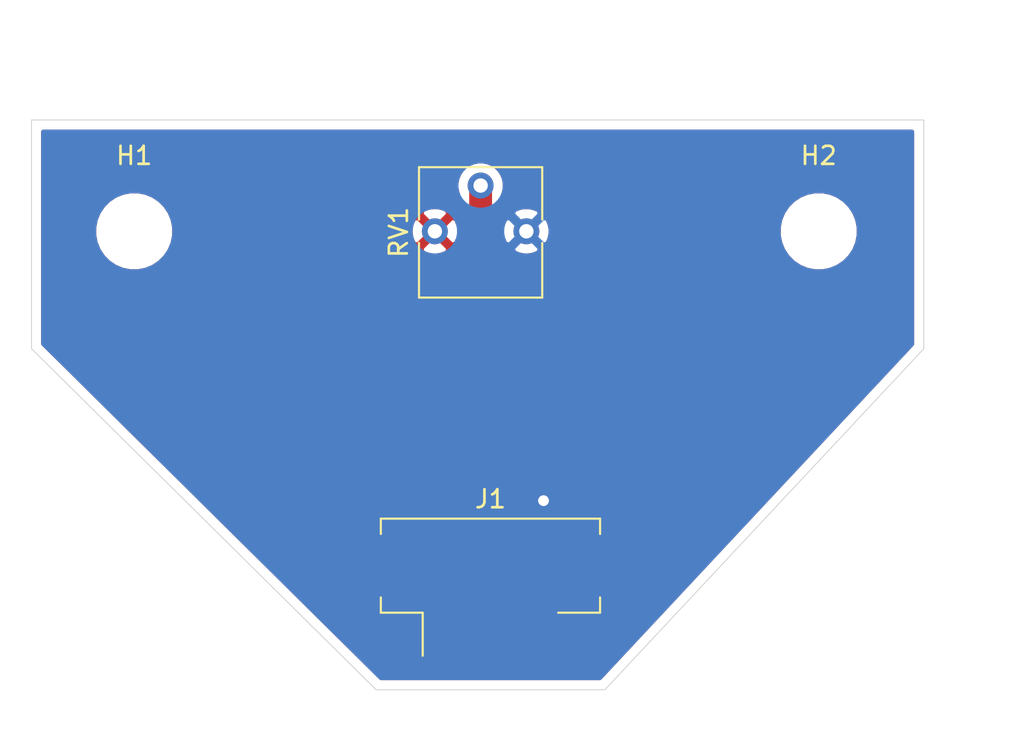
<source format=kicad_pcb>
(kicad_pcb (version 20171130) (host pcbnew "(5.1.2)-2")

  (general
    (thickness 1.6)
    (drawings 6)
    (tracks 6)
    (zones 0)
    (modules 4)
    (nets 4)
  )

  (page A4)
  (layers
    (0 F.Cu signal)
    (31 B.Cu signal)
    (32 B.Adhes user hide)
    (33 F.Adhes user hide)
    (34 B.Paste user hide)
    (35 F.Paste user)
    (36 B.SilkS user hide)
    (37 F.SilkS user)
    (38 B.Mask user hide)
    (39 F.Mask user)
    (40 Dwgs.User user hide)
    (41 Cmts.User user hide)
    (42 Eco1.User user hide)
    (43 Eco2.User user hide)
    (44 Edge.Cuts user)
    (45 Margin user hide)
    (46 B.CrtYd user hide)
    (47 F.CrtYd user)
    (48 B.Fab user hide)
    (49 F.Fab user)
  )

  (setup
    (last_trace_width 1.27)
    (user_trace_width 1.27)
    (trace_clearance 0.2)
    (zone_clearance 0.508)
    (zone_45_only no)
    (trace_min 0.2)
    (via_size 0.8)
    (via_drill 0.4)
    (via_min_size 0.6)
    (via_min_drill 0.3)
    (uvia_size 0.3)
    (uvia_drill 0.1)
    (uvias_allowed no)
    (uvia_min_size 0.2)
    (uvia_min_drill 0.1)
    (edge_width 0.05)
    (segment_width 0.2)
    (pcb_text_width 0.3)
    (pcb_text_size 1.5 1.5)
    (mod_edge_width 0.12)
    (mod_text_size 1 1)
    (mod_text_width 0.15)
    (pad_size 1.524 1.524)
    (pad_drill 0.762)
    (pad_to_mask_clearance 0.051)
    (solder_mask_min_width 0.25)
    (aux_axis_origin 0 0)
    (visible_elements 7FFFFFFF)
    (pcbplotparams
      (layerselection 0x010fc_ffffffff)
      (usegerberextensions false)
      (usegerberattributes false)
      (usegerberadvancedattributes false)
      (creategerberjobfile true)
      (gerberprecision 5)
      (excludeedgelayer true)
      (linewidth 0.100000)
      (plotframeref false)
      (viasonmask false)
      (mode 1)
      (useauxorigin false)
      (hpglpennumber 1)
      (hpglpenspeed 20)
      (hpglpendiameter 15.000000)
      (psnegative false)
      (psa4output false)
      (plotreference true)
      (plotvalue true)
      (plotinvisibletext false)
      (padsonsilk false)
      (subtractmaskfromsilk false)
      (outputformat 1)
      (mirror false)
      (drillshape 0)
      (scaleselection 1)
      (outputdirectory "Gerber/"))
  )

  (net 0 "")
  (net 1 /GND)
  (net 2 /Out)
  (net 3 /5V)

  (net_class Default "This is the default net class."
    (clearance 0.2)
    (trace_width 0.25)
    (via_dia 0.8)
    (via_drill 0.4)
    (uvia_dia 0.3)
    (uvia_drill 0.1)
    (add_net /5V)
    (add_net /GND)
    (add_net /Out)
  )

  (module Connector_JST:JST_PH_B4B-PH-SM4-TB_1x04-1MP_P2.00mm_Vertical (layer F.Cu) (tedit 5B78AD87) (tstamp 5E307B24)
    (at 139.7762 110.3122)
    (descr "JST PH series connector, B4B-PH-SM4-TB (http://www.jst-mfg.com/product/pdf/eng/ePH.pdf), generated with kicad-footprint-generator")
    (tags "connector JST PH side entry")
    (path /5E14D28B)
    (attr smd)
    (fp_text reference J1 (at 0 -5.45) (layer F.SilkS)
      (effects (font (size 1 1) (thickness 0.15)))
    )
    (fp_text value Conn_01x04_Male (at 0 4.45) (layer F.Fab)
      (effects (font (size 1 1) (thickness 0.15)))
    )
    (fp_text user %R (at 0 -1) (layer F.Fab)
      (effects (font (size 1 1) (thickness 0.15)))
    )
    (fp_line (start -3 0.042893) (end -2.5 0.75) (layer F.Fab) (width 0.1))
    (fp_line (start -3.5 0.75) (end -3 0.042893) (layer F.Fab) (width 0.1))
    (fp_line (start 6.7 -4.75) (end -6.7 -4.75) (layer F.CrtYd) (width 0.05))
    (fp_line (start 6.7 3.75) (end 6.7 -4.75) (layer F.CrtYd) (width 0.05))
    (fp_line (start -6.7 3.75) (end 6.7 3.75) (layer F.CrtYd) (width 0.05))
    (fp_line (start -6.7 -4.75) (end -6.7 3.75) (layer F.CrtYd) (width 0.05))
    (fp_line (start 3.25 -2.75) (end 2.75 -2.75) (layer F.Fab) (width 0.1))
    (fp_line (start 3.25 -2.25) (end 3.25 -2.75) (layer F.Fab) (width 0.1))
    (fp_line (start 2.75 -2.25) (end 3.25 -2.25) (layer F.Fab) (width 0.1))
    (fp_line (start 2.75 -2.75) (end 2.75 -2.25) (layer F.Fab) (width 0.1))
    (fp_line (start 1.25 -2.75) (end 0.75 -2.75) (layer F.Fab) (width 0.1))
    (fp_line (start 1.25 -2.25) (end 1.25 -2.75) (layer F.Fab) (width 0.1))
    (fp_line (start 0.75 -2.25) (end 1.25 -2.25) (layer F.Fab) (width 0.1))
    (fp_line (start 0.75 -2.75) (end 0.75 -2.25) (layer F.Fab) (width 0.1))
    (fp_line (start -0.75 -2.75) (end -1.25 -2.75) (layer F.Fab) (width 0.1))
    (fp_line (start -0.75 -2.25) (end -0.75 -2.75) (layer F.Fab) (width 0.1))
    (fp_line (start -1.25 -2.25) (end -0.75 -2.25) (layer F.Fab) (width 0.1))
    (fp_line (start -1.25 -2.75) (end -1.25 -2.25) (layer F.Fab) (width 0.1))
    (fp_line (start -2.75 -2.75) (end -3.25 -2.75) (layer F.Fab) (width 0.1))
    (fp_line (start -2.75 -2.25) (end -2.75 -2.75) (layer F.Fab) (width 0.1))
    (fp_line (start -3.25 -2.25) (end -2.75 -2.25) (layer F.Fab) (width 0.1))
    (fp_line (start -3.25 -2.75) (end -3.25 -2.25) (layer F.Fab) (width 0.1))
    (fp_line (start 5.975 0.75) (end 5.975 -4.25) (layer F.Fab) (width 0.1))
    (fp_line (start -5.975 0.75) (end -5.975 -4.25) (layer F.Fab) (width 0.1))
    (fp_line (start -5.975 -4.25) (end 5.975 -4.25) (layer F.Fab) (width 0.1))
    (fp_line (start 6.085 -4.36) (end 6.085 -3.51) (layer F.SilkS) (width 0.12))
    (fp_line (start -6.085 -4.36) (end 6.085 -4.36) (layer F.SilkS) (width 0.12))
    (fp_line (start -6.085 -3.51) (end -6.085 -4.36) (layer F.SilkS) (width 0.12))
    (fp_line (start 6.085 0.86) (end 3.76 0.86) (layer F.SilkS) (width 0.12))
    (fp_line (start 6.085 0.01) (end 6.085 0.86) (layer F.SilkS) (width 0.12))
    (fp_line (start -3.76 0.86) (end -3.76 3.25) (layer F.SilkS) (width 0.12))
    (fp_line (start -6.085 0.86) (end -3.76 0.86) (layer F.SilkS) (width 0.12))
    (fp_line (start -6.085 0.01) (end -6.085 0.86) (layer F.SilkS) (width 0.12))
    (fp_line (start -5.975 0.75) (end 5.975 0.75) (layer F.Fab) (width 0.1))
    (pad MP smd roundrect (at 5.4 -1.75) (size 1.6 3) (layers F.Cu F.Paste F.Mask) (roundrect_rratio 0.15625))
    (pad MP smd roundrect (at -5.4 -1.75) (size 1.6 3) (layers F.Cu F.Paste F.Mask) (roundrect_rratio 0.15625))
    (pad 4 smd roundrect (at 3 0.5) (size 1 5.5) (layers F.Cu F.Paste F.Mask) (roundrect_rratio 0.25)
      (net 1 /GND))
    (pad 3 smd roundrect (at 1 0.5) (size 1 5.5) (layers F.Cu F.Paste F.Mask) (roundrect_rratio 0.25)
      (net 3 /5V))
    (pad 2 smd roundrect (at -1 0.5) (size 1 5.5) (layers F.Cu F.Paste F.Mask) (roundrect_rratio 0.25)
      (net 2 /Out))
    (pad 1 smd roundrect (at -3 0.5) (size 1 5.5) (layers F.Cu F.Paste F.Mask) (roundrect_rratio 0.25)
      (net 1 /GND))
    (model ${KISYS3DMOD}/Connector_JST.3dshapes/JST_PH_B4B-PH-SM4-TB_1x04-1MP_P2.00mm_Vertical.wrl
      (at (xyz 0 0 0))
      (scale (xyz 1 1 1))
      (rotate (xyz 0 0 0))
    )
  )

  (module Potentiometer_THT:Potentiometer_Vishay_T73YP_Vertical (layer F.Cu) (tedit 5A3D4993) (tstamp 5E14C528)
    (at 141.77 90 90)
    (descr "Potentiometer, vertical, Vishay T73YP, http://www.vishay.com/docs/51016/t73.pdf")
    (tags "Potentiometer vertical Vishay T73YP")
    (path /5E14BBF5)
    (fp_text reference RV1 (at -0.06 -7.09 90) (layer F.SilkS)
      (effects (font (size 1 1) (thickness 0.15)))
    )
    (fp_text value R_POT (at -0.06 2.01 90) (layer F.Fab)
      (effects (font (size 1 1) (thickness 0.15)))
    )
    (fp_text user %R (at -2.56 -2.54) (layer F.Fab)
      (effects (font (size 1 1) (thickness 0.15)))
    )
    (fp_line (start 3.7 -6.1) (end -3.85 -6.1) (layer F.CrtYd) (width 0.05))
    (fp_line (start 3.7 1.05) (end 3.7 -6.1) (layer F.CrtYd) (width 0.05))
    (fp_line (start -3.85 1.05) (end 3.7 1.05) (layer F.CrtYd) (width 0.05))
    (fp_line (start -3.85 -6.1) (end -3.85 1.05) (layer F.CrtYd) (width 0.05))
    (fp_line (start 3.56 -5.96) (end 3.56 0.88) (layer F.SilkS) (width 0.12))
    (fp_line (start -3.68 -5.96) (end -3.68 0.88) (layer F.SilkS) (width 0.12))
    (fp_line (start 0.65 0.88) (end 3.56 0.88) (layer F.SilkS) (width 0.12))
    (fp_line (start -3.68 0.88) (end -0.65 0.88) (layer F.SilkS) (width 0.12))
    (fp_line (start 0.65 -5.96) (end 3.56 -5.96) (layer F.SilkS) (width 0.12))
    (fp_line (start -3.68 -5.96) (end -0.65 -5.96) (layer F.SilkS) (width 0.12))
    (fp_line (start -0.961 -2.464) (end -0.961 -2.616) (layer F.Fab) (width 0.1))
    (fp_line (start 0.164 -2.464) (end -0.961 -2.464) (layer F.Fab) (width 0.1))
    (fp_line (start 0.164 -1.339) (end 0.164 -2.464) (layer F.Fab) (width 0.1))
    (fp_line (start 0.316 -1.339) (end 0.164 -1.339) (layer F.Fab) (width 0.1))
    (fp_line (start 0.316 -2.464) (end 0.316 -1.339) (layer F.Fab) (width 0.1))
    (fp_line (start 1.441 -2.464) (end 0.316 -2.464) (layer F.Fab) (width 0.1))
    (fp_line (start 1.441 -2.616) (end 1.441 -2.464) (layer F.Fab) (width 0.1))
    (fp_line (start 0.316 -2.616) (end 1.441 -2.616) (layer F.Fab) (width 0.1))
    (fp_line (start 0.316 -3.741) (end 0.316 -2.616) (layer F.Fab) (width 0.1))
    (fp_line (start 0.164 -3.741) (end 0.316 -3.741) (layer F.Fab) (width 0.1))
    (fp_line (start 0.164 -2.616) (end 0.164 -3.741) (layer F.Fab) (width 0.1))
    (fp_line (start -0.961 -2.616) (end 0.164 -2.616) (layer F.Fab) (width 0.1))
    (fp_line (start 3.44 -5.84) (end -3.56 -5.84) (layer F.Fab) (width 0.1))
    (fp_line (start 3.44 0.76) (end 3.44 -5.84) (layer F.Fab) (width 0.1))
    (fp_line (start -3.56 0.76) (end 3.44 0.76) (layer F.Fab) (width 0.1))
    (fp_line (start -3.56 -5.84) (end -3.56 0.76) (layer F.Fab) (width 0.1))
    (fp_circle (center 0.24 -2.54) (end 1.74 -2.54) (layer F.Fab) (width 0.1))
    (pad 1 thru_hole circle (at 0 0 90) (size 1.44 1.44) (drill 0.8) (layers *.Cu *.Mask)
      (net 3 /5V))
    (pad 2 thru_hole circle (at 2.54 -2.54 90) (size 1.44 1.44) (drill 0.8) (layers *.Cu *.Mask)
      (net 2 /Out))
    (pad 3 thru_hole circle (at 0 -5.08 90) (size 1.44 1.44) (drill 0.8) (layers *.Cu *.Mask)
      (net 1 /GND))
    (model ${KISYS3DMOD}/Potentiometer_THT.3dshapes/Potentiometer_Vishay_T73YP_Vertical.wrl
      (at (xyz 0 0 0))
      (scale (xyz 1 1 1))
      (rotate (xyz 0 0 0))
    )
  )

  (module MountingHole:MountingHole_3.2mm_M3 (layer F.Cu) (tedit 56D1B4CB) (tstamp 5E14C615)
    (at 158 90)
    (descr "Mounting Hole 3.2mm, no annular, M3")
    (tags "mounting hole 3.2mm no annular m3")
    (path /5E152AD5)
    (attr virtual)
    (fp_text reference H2 (at 0 -4.2) (layer F.SilkS)
      (effects (font (size 1 1) (thickness 0.15)))
    )
    (fp_text value MountingHole (at 0 4.2) (layer F.Fab)
      (effects (font (size 1 1) (thickness 0.15)))
    )
    (fp_circle (center 0 0) (end 3.45 0) (layer F.CrtYd) (width 0.05))
    (fp_circle (center 0 0) (end 3.2 0) (layer Cmts.User) (width 0.15))
    (fp_text user %R (at 5.863 1.448) (layer F.Fab)
      (effects (font (size 1 1) (thickness 0.15)))
    )
    (pad 1 np_thru_hole circle (at 0 0) (size 3.2 3.2) (drill 3.2) (layers *.Cu *.Mask))
  )

  (module MountingHole:MountingHole_3.2mm_M3 (layer F.Cu) (tedit 56D1B4CB) (tstamp 5E14C4DC)
    (at 120 90)
    (descr "Mounting Hole 3.2mm, no annular, M3")
    (tags "mounting hole 3.2mm no annular m3")
    (path /5E1512F0)
    (attr virtual)
    (fp_text reference H1 (at 0 -4.2) (layer F.SilkS)
      (effects (font (size 1 1) (thickness 0.15)))
    )
    (fp_text value MountingHole (at 0 4.2) (layer F.Fab)
      (effects (font (size 1 1) (thickness 0.15)))
    )
    (fp_circle (center 0 0) (end 3.45 0) (layer F.CrtYd) (width 0.05))
    (fp_circle (center 0 0) (end 3.2 0) (layer Cmts.User) (width 0.15))
    (fp_text user %R (at 6.985 1.905) (layer F.Fab)
      (effects (font (size 1 1) (thickness 0.15)))
    )
    (pad 1 np_thru_hole circle (at 0 0) (size 3.2 3.2) (drill 3.2) (layers *.Cu *.Mask))
  )

  (gr_line (start 114.3 96.52) (end 114.3 83.82) (layer Edge.Cuts) (width 0.05) (tstamp 5E14CF60))
  (gr_line (start 133.43 115.45) (end 114.3 96.52) (layer Edge.Cuts) (width 0.05) (tstamp 5E14DA38))
  (gr_line (start 146.13 115.45) (end 133.43 115.45) (layer Edge.Cuts) (width 0.05))
  (gr_line (start 163.83 96.52) (end 146.13 115.45) (layer Edge.Cuts) (width 0.05))
  (gr_line (start 163.83 83.82) (end 163.83 96.52) (layer Edge.Cuts) (width 0.05))
  (gr_line (start 114.3 83.82) (end 163.83 83.82) (layer Edge.Cuts) (width 0.05))

  (segment (start 138.7762 99.044) (end 138.7762 110.8122) (width 1.27) (layer F.Cu) (net 2))
  (segment (start 139.23 87.46) (end 139.23 98.5902) (width 1.27) (layer F.Cu) (net 2))
  (segment (start 139.23 98.5902) (end 138.7762 99.044) (width 1.27) (layer F.Cu) (net 2))
  (via (at 142.7226 104.9528) (size 1) (drill 0.6) (layers F.Cu B.Cu) (net 3))
  (segment (start 140.7762 110.8122) (end 140.7762 106.8992) (width 1.27) (layer F.Cu) (net 3))
  (segment (start 140.7762 106.8992) (end 142.7226 104.9528) (width 1.27) (layer F.Cu) (net 3))

  (zone (net 3) (net_name /5V) (layer B.Cu) (tstamp 5E1C8600) (hatch edge 0.508)
    (connect_pads (clearance 0.508))
    (min_thickness 0.254)
    (fill yes (arc_segments 32) (thermal_gap 0.508) (thermal_bridge_width 0.508))
    (polygon
      (pts
        (xy 169.42 80.11) (xy 113.26 79.8) (xy 112.55 99.64) (xy 131.55 117.43) (xy 147.55 117.65)
        (xy 167.55 97.54)
      )
    )
    (filled_polygon
      (pts
        (xy 163.170001 96.259507) (xy 145.84355 114.79) (xy 133.701352 114.79) (xy 114.96 96.244586) (xy 114.96 89.779872)
        (xy 117.765 89.779872) (xy 117.765 90.220128) (xy 117.85089 90.651925) (xy 118.019369 91.058669) (xy 118.263962 91.424729)
        (xy 118.575271 91.736038) (xy 118.941331 91.980631) (xy 119.348075 92.14911) (xy 119.779872 92.235) (xy 120.220128 92.235)
        (xy 120.651925 92.14911) (xy 121.058669 91.980631) (xy 121.424729 91.736038) (xy 121.736038 91.424729) (xy 121.980631 91.058669)
        (xy 122.14911 90.651925) (xy 122.235 90.220128) (xy 122.235 89.866544) (xy 135.335 89.866544) (xy 135.335 90.133456)
        (xy 135.387072 90.395239) (xy 135.489215 90.641833) (xy 135.637503 90.863762) (xy 135.826238 91.052497) (xy 136.048167 91.200785)
        (xy 136.294761 91.302928) (xy 136.556544 91.355) (xy 136.823456 91.355) (xy 137.085239 91.302928) (xy 137.331833 91.200785)
        (xy 137.553762 91.052497) (xy 137.670699 90.93556) (xy 141.014045 90.93556) (xy 141.075932 91.171368) (xy 141.31779 91.284266)
        (xy 141.577027 91.347811) (xy 141.84368 91.359561) (xy 142.107501 91.319063) (xy 142.358353 91.227875) (xy 142.464068 91.171368)
        (xy 142.525955 90.93556) (xy 141.77 90.179605) (xy 141.014045 90.93556) (xy 137.670699 90.93556) (xy 137.742497 90.863762)
        (xy 137.890785 90.641833) (xy 137.992928 90.395239) (xy 138.045 90.133456) (xy 138.045 90.07368) (xy 140.410439 90.07368)
        (xy 140.450937 90.337501) (xy 140.542125 90.588353) (xy 140.598632 90.694068) (xy 140.83444 90.755955) (xy 141.590395 90)
        (xy 141.949605 90) (xy 142.70556 90.755955) (xy 142.941368 90.694068) (xy 143.054266 90.45221) (xy 143.117811 90.192973)
        (xy 143.129561 89.92632) (xy 143.107081 89.779872) (xy 155.765 89.779872) (xy 155.765 90.220128) (xy 155.85089 90.651925)
        (xy 156.019369 91.058669) (xy 156.263962 91.424729) (xy 156.575271 91.736038) (xy 156.941331 91.980631) (xy 157.348075 92.14911)
        (xy 157.779872 92.235) (xy 158.220128 92.235) (xy 158.651925 92.14911) (xy 159.058669 91.980631) (xy 159.424729 91.736038)
        (xy 159.736038 91.424729) (xy 159.980631 91.058669) (xy 160.14911 90.651925) (xy 160.235 90.220128) (xy 160.235 89.779872)
        (xy 160.14911 89.348075) (xy 159.980631 88.941331) (xy 159.736038 88.575271) (xy 159.424729 88.263962) (xy 159.058669 88.019369)
        (xy 158.651925 87.85089) (xy 158.220128 87.765) (xy 157.779872 87.765) (xy 157.348075 87.85089) (xy 156.941331 88.019369)
        (xy 156.575271 88.263962) (xy 156.263962 88.575271) (xy 156.019369 88.941331) (xy 155.85089 89.348075) (xy 155.765 89.779872)
        (xy 143.107081 89.779872) (xy 143.089063 89.662499) (xy 142.997875 89.411647) (xy 142.941368 89.305932) (xy 142.70556 89.244045)
        (xy 141.949605 90) (xy 141.590395 90) (xy 140.83444 89.244045) (xy 140.598632 89.305932) (xy 140.485734 89.54779)
        (xy 140.422189 89.807027) (xy 140.410439 90.07368) (xy 138.045 90.07368) (xy 138.045 89.866544) (xy 137.992928 89.604761)
        (xy 137.890785 89.358167) (xy 137.742497 89.136238) (xy 137.670699 89.06444) (xy 141.014045 89.06444) (xy 141.77 89.820395)
        (xy 142.525955 89.06444) (xy 142.464068 88.828632) (xy 142.22221 88.715734) (xy 141.962973 88.652189) (xy 141.69632 88.640439)
        (xy 141.432499 88.680937) (xy 141.181647 88.772125) (xy 141.075932 88.828632) (xy 141.014045 89.06444) (xy 137.670699 89.06444)
        (xy 137.553762 88.947503) (xy 137.331833 88.799215) (xy 137.085239 88.697072) (xy 136.823456 88.645) (xy 136.556544 88.645)
        (xy 136.294761 88.697072) (xy 136.048167 88.799215) (xy 135.826238 88.947503) (xy 135.637503 89.136238) (xy 135.489215 89.358167)
        (xy 135.387072 89.604761) (xy 135.335 89.866544) (xy 122.235 89.866544) (xy 122.235 89.779872) (xy 122.14911 89.348075)
        (xy 121.980631 88.941331) (xy 121.736038 88.575271) (xy 121.424729 88.263962) (xy 121.058669 88.019369) (xy 120.651925 87.85089)
        (xy 120.220128 87.765) (xy 119.779872 87.765) (xy 119.348075 87.85089) (xy 118.941331 88.019369) (xy 118.575271 88.263962)
        (xy 118.263962 88.575271) (xy 118.019369 88.941331) (xy 117.85089 89.348075) (xy 117.765 89.779872) (xy 114.96 89.779872)
        (xy 114.96 87.326544) (xy 137.875 87.326544) (xy 137.875 87.593456) (xy 137.927072 87.855239) (xy 138.029215 88.101833)
        (xy 138.177503 88.323762) (xy 138.366238 88.512497) (xy 138.588167 88.660785) (xy 138.834761 88.762928) (xy 139.096544 88.815)
        (xy 139.363456 88.815) (xy 139.625239 88.762928) (xy 139.871833 88.660785) (xy 140.093762 88.512497) (xy 140.282497 88.323762)
        (xy 140.430785 88.101833) (xy 140.532928 87.855239) (xy 140.585 87.593456) (xy 140.585 87.326544) (xy 140.532928 87.064761)
        (xy 140.430785 86.818167) (xy 140.282497 86.596238) (xy 140.093762 86.407503) (xy 139.871833 86.259215) (xy 139.625239 86.157072)
        (xy 139.363456 86.105) (xy 139.096544 86.105) (xy 138.834761 86.157072) (xy 138.588167 86.259215) (xy 138.366238 86.407503)
        (xy 138.177503 86.596238) (xy 138.029215 86.818167) (xy 137.927072 87.064761) (xy 137.875 87.326544) (xy 114.96 87.326544)
        (xy 114.96 84.48) (xy 163.17 84.48)
      )
    )
  )
  (zone (net 1) (net_name /GND) (layer F.Cu) (tstamp 5E1C8603) (hatch edge 0.508)
    (connect_pads (clearance 0.508))
    (min_thickness 0.254)
    (fill yes (arc_segments 32) (thermal_gap 0.508) (thermal_bridge_width 0.508))
    (polygon
      (pts
        (xy 167.51 77.16) (xy 112.73 78.54) (xy 113.33 103.18) (xy 132.63 118.33) (xy 146.06 117.78)
        (xy 165.75 101.07)
      )
    )
    (filled_polygon
      (pts
        (xy 163.170001 96.259507) (xy 145.84355 114.79) (xy 133.701352 114.79) (xy 132.46058 113.5622) (xy 135.638128 113.5622)
        (xy 135.650388 113.686682) (xy 135.686698 113.80638) (xy 135.745663 113.916694) (xy 135.825015 114.013385) (xy 135.921706 114.092737)
        (xy 136.03202 114.151702) (xy 136.151718 114.188012) (xy 136.2762 114.200272) (xy 136.49045 114.1972) (xy 136.6492 114.03845)
        (xy 136.6492 110.9392) (xy 135.79995 110.9392) (xy 135.6412 111.09795) (xy 135.638128 113.5622) (xy 132.46058 113.5622)
        (xy 126.144547 107.3122) (xy 132.938128 107.3122) (xy 132.938128 109.8122) (xy 132.955192 109.985454) (xy 133.005728 110.15205)
        (xy 133.087795 110.305586) (xy 133.198238 110.440162) (xy 133.332814 110.550605) (xy 133.48635 110.632672) (xy 133.652946 110.683208)
        (xy 133.8262 110.700272) (xy 134.9262 110.700272) (xy 135.099454 110.683208) (xy 135.26605 110.632672) (xy 135.419586 110.550605)
        (xy 135.554162 110.440162) (xy 135.640961 110.334397) (xy 135.6412 110.52645) (xy 135.79995 110.6852) (xy 136.6492 110.6852)
        (xy 136.6492 107.58595) (xy 136.49045 107.4272) (xy 136.2762 107.424128) (xy 136.151718 107.436388) (xy 136.03202 107.472698)
        (xy 135.921706 107.531663) (xy 135.825015 107.611015) (xy 135.814272 107.624105) (xy 135.814272 107.3122) (xy 135.797208 107.138946)
        (xy 135.746672 106.97235) (xy 135.664605 106.818814) (xy 135.554162 106.684238) (xy 135.419586 106.573795) (xy 135.26605 106.491728)
        (xy 135.099454 106.441192) (xy 134.9262 106.424128) (xy 133.8262 106.424128) (xy 133.652946 106.441192) (xy 133.48635 106.491728)
        (xy 133.332814 106.573795) (xy 133.198238 106.684238) (xy 133.087795 106.818814) (xy 133.005728 106.97235) (xy 132.955192 107.138946)
        (xy 132.938128 107.3122) (xy 126.144547 107.3122) (xy 114.96 96.244586) (xy 114.96 89.779872) (xy 117.765 89.779872)
        (xy 117.765 90.220128) (xy 117.85089 90.651925) (xy 118.019369 91.058669) (xy 118.263962 91.424729) (xy 118.575271 91.736038)
        (xy 118.941331 91.980631) (xy 119.348075 92.14911) (xy 119.779872 92.235) (xy 120.220128 92.235) (xy 120.651925 92.14911)
        (xy 121.058669 91.980631) (xy 121.424729 91.736038) (xy 121.736038 91.424729) (xy 121.980631 91.058669) (xy 122.031624 90.93556)
        (xy 135.934045 90.93556) (xy 135.995932 91.171368) (xy 136.23779 91.284266) (xy 136.497027 91.347811) (xy 136.76368 91.359561)
        (xy 137.027501 91.319063) (xy 137.278353 91.227875) (xy 137.384068 91.171368) (xy 137.445955 90.93556) (xy 136.69 90.179605)
        (xy 135.934045 90.93556) (xy 122.031624 90.93556) (xy 122.14911 90.651925) (xy 122.235 90.220128) (xy 122.235 90.07368)
        (xy 135.330439 90.07368) (xy 135.370937 90.337501) (xy 135.462125 90.588353) (xy 135.518632 90.694068) (xy 135.75444 90.755955)
        (xy 136.510395 90) (xy 136.869605 90) (xy 137.62556 90.755955) (xy 137.861368 90.694068) (xy 137.96 90.482771)
        (xy 137.960001 98.064149) (xy 137.922291 98.101859) (xy 137.87383 98.14163) (xy 137.715125 98.335013) (xy 137.597197 98.555642)
        (xy 137.524577 98.795038) (xy 137.5062 98.981621) (xy 137.5062 98.981627) (xy 137.500057 99.044) (xy 137.5062 99.106373)
        (xy 137.506201 107.468397) (xy 137.400682 107.436388) (xy 137.2762 107.424128) (xy 137.06195 107.4272) (xy 136.9032 107.58595)
        (xy 136.9032 110.6852) (xy 136.9232 110.6852) (xy 136.9232 110.9392) (xy 136.9032 110.9392) (xy 136.9032 114.03845)
        (xy 137.06195 114.1972) (xy 137.2762 114.200272) (xy 137.400682 114.188012) (xy 137.52038 114.151702) (xy 137.630694 114.092737)
        (xy 137.727385 114.013385) (xy 137.806737 113.916694) (xy 137.835231 113.863387) (xy 137.898238 113.940162) (xy 138.032814 114.050605)
        (xy 138.18635 114.132672) (xy 138.352946 114.183208) (xy 138.5262 114.200272) (xy 139.0262 114.200272) (xy 139.199454 114.183208)
        (xy 139.36605 114.132672) (xy 139.519586 114.050605) (xy 139.654162 113.940162) (xy 139.764605 113.805586) (xy 139.7762 113.783893)
        (xy 139.787795 113.805586) (xy 139.898238 113.940162) (xy 140.032814 114.050605) (xy 140.18635 114.132672) (xy 140.352946 114.183208)
        (xy 140.5262 114.200272) (xy 141.0262 114.200272) (xy 141.199454 114.183208) (xy 141.36605 114.132672) (xy 141.519586 114.050605)
        (xy 141.654162 113.940162) (xy 141.717169 113.863387) (xy 141.745663 113.916694) (xy 141.825015 114.013385) (xy 141.921706 114.092737)
        (xy 142.03202 114.151702) (xy 142.151718 114.188012) (xy 142.2762 114.200272) (xy 142.49045 114.1972) (xy 142.6492 114.03845)
        (xy 142.6492 110.9392) (xy 142.9032 110.9392) (xy 142.9032 114.03845) (xy 143.06195 114.1972) (xy 143.2762 114.200272)
        (xy 143.400682 114.188012) (xy 143.52038 114.151702) (xy 143.630694 114.092737) (xy 143.727385 114.013385) (xy 143.806737 113.916694)
        (xy 143.865702 113.80638) (xy 143.902012 113.686682) (xy 143.914272 113.5622) (xy 143.9112 111.09795) (xy 143.75245 110.9392)
        (xy 142.9032 110.9392) (xy 142.6492 110.9392) (xy 142.6292 110.9392) (xy 142.6292 110.6852) (xy 142.6492 110.6852)
        (xy 142.6492 107.58595) (xy 142.9032 107.58595) (xy 142.9032 110.6852) (xy 143.75245 110.6852) (xy 143.9112 110.52645)
        (xy 143.911439 110.334397) (xy 143.998238 110.440162) (xy 144.132814 110.550605) (xy 144.28635 110.632672) (xy 144.452946 110.683208)
        (xy 144.6262 110.700272) (xy 145.7262 110.700272) (xy 145.899454 110.683208) (xy 146.06605 110.632672) (xy 146.219586 110.550605)
        (xy 146.354162 110.440162) (xy 146.464605 110.305586) (xy 146.546672 110.15205) (xy 146.597208 109.985454) (xy 146.614272 109.8122)
        (xy 146.614272 107.3122) (xy 146.597208 107.138946) (xy 146.546672 106.97235) (xy 146.464605 106.818814) (xy 146.354162 106.684238)
        (xy 146.219586 106.573795) (xy 146.06605 106.491728) (xy 145.899454 106.441192) (xy 145.7262 106.424128) (xy 144.6262 106.424128)
        (xy 144.452946 106.441192) (xy 144.28635 106.491728) (xy 144.132814 106.573795) (xy 143.998238 106.684238) (xy 143.887795 106.818814)
        (xy 143.805728 106.97235) (xy 143.755192 107.138946) (xy 143.738128 107.3122) (xy 143.738128 107.624105) (xy 143.727385 107.611015)
        (xy 143.630694 107.531663) (xy 143.52038 107.472698) (xy 143.400682 107.436388) (xy 143.2762 107.424128) (xy 143.06195 107.4272)
        (xy 142.9032 107.58595) (xy 142.6492 107.58595) (xy 142.49045 107.4272) (xy 142.2762 107.424128) (xy 142.151718 107.436388)
        (xy 142.0462 107.468397) (xy 142.0462 107.42525) (xy 143.664734 105.806717) (xy 143.783674 105.661788) (xy 143.901602 105.44116)
        (xy 143.974223 105.201764) (xy 143.998743 104.952801) (xy 143.974223 104.703838) (xy 143.901602 104.464442) (xy 143.783674 104.243813)
        (xy 143.624969 104.050431) (xy 143.431587 103.891726) (xy 143.210958 103.773798) (xy 142.971562 103.701177) (xy 142.722599 103.676657)
        (xy 142.473636 103.701177) (xy 142.23424 103.773798) (xy 142.013612 103.891726) (xy 141.868683 104.010666) (xy 140.0462 105.83315)
        (xy 140.0462 99.57005) (xy 140.083909 99.532341) (xy 140.13237 99.49257) (xy 140.291075 99.299188) (xy 140.409003 99.078559)
        (xy 140.481623 98.839163) (xy 140.5 98.65258) (xy 140.5 98.652574) (xy 140.506143 98.590201) (xy 140.5 98.527828)
        (xy 140.5 90.474734) (xy 140.569215 90.641833) (xy 140.717503 90.863762) (xy 140.906238 91.052497) (xy 141.128167 91.200785)
        (xy 141.374761 91.302928) (xy 141.636544 91.355) (xy 141.903456 91.355) (xy 142.165239 91.302928) (xy 142.411833 91.200785)
        (xy 142.633762 91.052497) (xy 142.822497 90.863762) (xy 142.970785 90.641833) (xy 143.072928 90.395239) (xy 143.125 90.133456)
        (xy 143.125 89.866544) (xy 143.10776 89.779872) (xy 155.765 89.779872) (xy 155.765 90.220128) (xy 155.85089 90.651925)
        (xy 156.019369 91.058669) (xy 156.263962 91.424729) (xy 156.575271 91.736038) (xy 156.941331 91.980631) (xy 157.348075 92.14911)
        (xy 157.779872 92.235) (xy 158.220128 92.235) (xy 158.651925 92.14911) (xy 159.058669 91.980631) (xy 159.424729 91.736038)
        (xy 159.736038 91.424729) (xy 159.980631 91.058669) (xy 160.14911 90.651925) (xy 160.235 90.220128) (xy 160.235 89.779872)
        (xy 160.14911 89.348075) (xy 159.980631 88.941331) (xy 159.736038 88.575271) (xy 159.424729 88.263962) (xy 159.058669 88.019369)
        (xy 158.651925 87.85089) (xy 158.220128 87.765) (xy 157.779872 87.765) (xy 157.348075 87.85089) (xy 156.941331 88.019369)
        (xy 156.575271 88.263962) (xy 156.263962 88.575271) (xy 156.019369 88.941331) (xy 155.85089 89.348075) (xy 155.765 89.779872)
        (xy 143.10776 89.779872) (xy 143.072928 89.604761) (xy 142.970785 89.358167) (xy 142.822497 89.136238) (xy 142.633762 88.947503)
        (xy 142.411833 88.799215) (xy 142.165239 88.697072) (xy 141.903456 88.645) (xy 141.636544 88.645) (xy 141.374761 88.697072)
        (xy 141.128167 88.799215) (xy 140.906238 88.947503) (xy 140.717503 89.136238) (xy 140.569215 89.358167) (xy 140.5 89.525266)
        (xy 140.5 87.934734) (xy 140.532928 87.855239) (xy 140.585 87.593456) (xy 140.585 87.326544) (xy 140.532928 87.064761)
        (xy 140.430785 86.818167) (xy 140.282497 86.596238) (xy 140.093762 86.407503) (xy 139.871833 86.259215) (xy 139.625239 86.157072)
        (xy 139.363456 86.105) (xy 139.096544 86.105) (xy 138.834761 86.157072) (xy 138.588167 86.259215) (xy 138.366238 86.407503)
        (xy 138.177503 86.596238) (xy 138.029215 86.818167) (xy 137.927072 87.064761) (xy 137.875 87.326544) (xy 137.875 87.593456)
        (xy 137.927072 87.855239) (xy 137.96 87.934734) (xy 137.96 89.527531) (xy 137.917875 89.411647) (xy 137.861368 89.305932)
        (xy 137.62556 89.244045) (xy 136.869605 90) (xy 136.510395 90) (xy 135.75444 89.244045) (xy 135.518632 89.305932)
        (xy 135.405734 89.54779) (xy 135.342189 89.807027) (xy 135.330439 90.07368) (xy 122.235 90.07368) (xy 122.235 89.779872)
        (xy 122.14911 89.348075) (xy 122.031625 89.06444) (xy 135.934045 89.06444) (xy 136.69 89.820395) (xy 137.445955 89.06444)
        (xy 137.384068 88.828632) (xy 137.14221 88.715734) (xy 136.882973 88.652189) (xy 136.61632 88.640439) (xy 136.352499 88.680937)
        (xy 136.101647 88.772125) (xy 135.995932 88.828632) (xy 135.934045 89.06444) (xy 122.031625 89.06444) (xy 121.980631 88.941331)
        (xy 121.736038 88.575271) (xy 121.424729 88.263962) (xy 121.058669 88.019369) (xy 120.651925 87.85089) (xy 120.220128 87.765)
        (xy 119.779872 87.765) (xy 119.348075 87.85089) (xy 118.941331 88.019369) (xy 118.575271 88.263962) (xy 118.263962 88.575271)
        (xy 118.019369 88.941331) (xy 117.85089 89.348075) (xy 117.765 89.779872) (xy 114.96 89.779872) (xy 114.96 84.48)
        (xy 163.17 84.48)
      )
    )
  )
)

</source>
